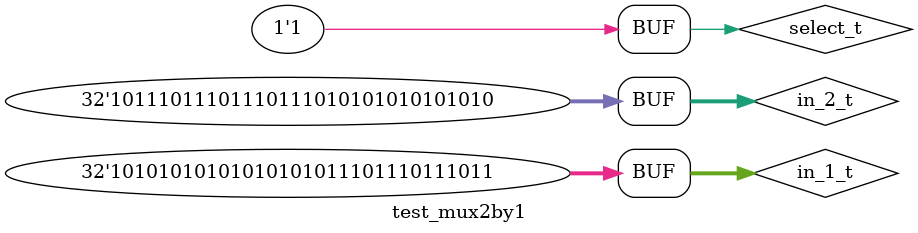
<source format=v>


//--------------------------
// Test Memory Access Block
//--------------------------
module test_memory_access_block;
	reg [3:0] op_code_t;
	reg [15:0] PC_instruction_t;
	reg [31:0] source_1_t, source_2_t, ALU_result_t, data_in_t;
	wire read_write_t;
	wire [31:0] ram_address_t;
	wire [31:0] data_out_t, LDR_t;
	
	memory_access_block test_block(data_in_t, data_out_t, read_write_t, ram_address_t, LDR_t, source_1_t, source_2_t, ALU_result_t, op_code_t, PC_instruction_t);
	
	initial
	begin
	//Test cases
	
	// Do nothing op code
	// LDR should be ALU_result (Z's should be passed from ALU)
	// Ram should stay in read mode (1)
	// Don't care about ram_address
	// Don't care about data_out
	op_code_t = 4'b1111; PC_instruction_t = 32'hAAAAAAAA; source_1_t = 32'hAAAAAAAA; source_2_t = 32'hBBBBBBBB; ALU_result_t = 32'hCCCCCCCC; data_in_t = 32'hEEEEEEEE;
	
	// Write to ram op code
	// LDR should be ALU_result (Z's should be passed from ALU)
	// Ram should be in write mode (0)
	// ram_address should be Source 1
	// data_out should be Source 2
	#5 op_code_t = 4'b1110; PC_instruction_t = 32'hAAAAAAAA; source_1_t = 32'hAAAAAAAA; source_2_t = 32'hBBBBBBBB; ALU_result_t = 32'hCCCCCCCC; data_in_t = 32'hEEEEEEEE;
	#5 op_code_t = 4'b1110; PC_instruction_t = 32'hAAAAAAAA; source_1_t = 32'hBBBBAAAA; source_2_t = 32'hCCCCBBBB; ALU_result_t = 32'hCCCCCCCC; data_in_t = 32'hEEEEEEEE;
	#5 op_code_t = 4'b1110; PC_instruction_t = 32'hAAAAAAAA; source_1_t = 32'hDDDDAAAA; source_2_t = 32'hDDDDBBBB; ALU_result_t = 32'hCCCCCCCC; data_in_t = 32'hEEEEEEEE;
	
	// Read from ram op code
	// LDR should be data_in
	// Ram should stay in read mode (1)
	// ram_address should be Source 1
	// Don't care about data_out
	#5 op_code_t = 4'b1101; PC_instruction_t = 32'hAAAAAAAA; source_1_t = 32'hAAAAAAAA; source_2_t = 32'hBBBBBBBB; ALU_result_t = 32'hCCCCCCCC; data_in_t = 32'hEEEEEEEE;
	#5 op_code_t = 4'b1101; PC_instruction_t = 32'hAAAAAAAA; source_1_t = 32'hBBBBAAAA; source_2_t = 32'hBBBBBBBB; ALU_result_t = 32'hCCCCCCCC; data_in_t = 32'hEEEEAAAA;
	#5 op_code_t = 4'b1101; PC_instruction_t = 32'hAAAAAAAA; source_1_t = 32'hCCCCAAAA; source_2_t = 32'hBBBBBBBB; ALU_result_t = 32'hCCCCCCCC; data_in_t = 32'hEEEEBBBB;
	
	// Compare op code (should be the same as do nothing op code)
	// LDR should be ALU_result (Z's should be passed from ALU)
	// Ram should stay in read mode (1)
	// Don't care about ram_address
	// Don't care about data_out
	#5 op_code_t = 4'b1011; PC_instruction_t = 32'hAAAAAAAA; source_1_t = 32'hAAAAAAAA; source_2_t = 32'hBBBBBBBB; ALU_result_t = 32'hCCCCCCCC; data_in_t = 32'hEEEEEEEE;
	
	// Rest of op codes (should be handled the same)
	// ALU_result should be passed through LDR_t
	// Ram should stay in read mode
	// Don't care about ram_address
	// Don't care about data_out
	#5 op_code_t = 4'b0000; PC_instruction_t = 32'hAAAAAAAA; source_1_t = 32'hAAAAAAAA; source_2_t = 32'hBBBBBBBB; ALU_result_t = 32'hCCCC0000; data_in_t = 32'hEEEEEEEE;
	#5 op_code_t = 4'b0001; PC_instruction_t = 32'hAAAAAAAA; source_1_t = 32'hAAAAAAAA; source_2_t = 32'hBBBBBBBB; ALU_result_t = 32'hCCCC0001; data_in_t = 32'hEEEEEEEE;
	#5 op_code_t = 4'b0010; PC_instruction_t = 32'hAAAAAAAA; source_1_t = 32'hAAAAAAAA; source_2_t = 32'hBBBBBBBB; ALU_result_t = 32'hCCCC0010; data_in_t = 32'hEEEEEEEE;
	#5 op_code_t = 4'b0011; PC_instruction_t = 32'hAAAAAAAA; source_1_t = 32'hAAAAAAAA; source_2_t = 32'hBBBBBBBB; ALU_result_t = 32'hCCCC0011; data_in_t = 32'hEEEEEEEE;
	#5 op_code_t = 4'b0100; PC_instruction_t = 32'hAAAAAAAA; source_1_t = 32'hAAAAAAAA; source_2_t = 32'hBBBBBBBB; ALU_result_t = 32'hCCCC0100; data_in_t = 32'hEEEEEEEE;
	#5 op_code_t = 4'b0101; PC_instruction_t = 32'hAAAAAAAA; source_1_t = 32'hAAAAAAAA; source_2_t = 32'hBBBBBBBB; ALU_result_t = 32'hCCCC0101; data_in_t = 32'hEEEEEEEE;
	#5 op_code_t = 4'b0110; PC_instruction_t = 32'hAAAAAAAA; source_1_t = 32'hAAAAAAAA; source_2_t = 32'hBBBBBBBB; ALU_result_t = 32'hCCCC0110; data_in_t = 32'hEEEEEEEE;
	#5 op_code_t = 4'b0111; PC_instruction_t = 32'hAAAAAAAA; source_1_t = 32'hAAAAAAAA; source_2_t = 32'hBBBBBBBB; ALU_result_t = 32'hCCCC0111; data_in_t = 32'hEEEEEEEE;
	#5 op_code_t = 4'b1000; PC_instruction_t = 32'hAAAAAAAA; source_1_t = 32'hAAAAAAAA; source_2_t = 32'hBBBBBBBB; ALU_result_t = 32'hCCCC1000; data_in_t = 32'hEEEEEEEE;
	#5 op_code_t = 4'b1001; PC_instruction_t = 32'hAAAAAAAA; source_1_t = 32'hAAAAAAAA; source_2_t = 32'hBBBBBBBB; ALU_result_t = 32'hCCCC1001; data_in_t = 32'hEEEEEEEE;
	#5 op_code_t = 4'b1010; PC_instruction_t = 32'hAAAAAAAA; source_1_t = 32'hAAAAAAAA; source_2_t = 32'hBBBBBBBB; ALU_result_t = 32'hCCCC1010; data_in_t = 32'hEEEEEEEE;
	#5 op_code_t = 4'b1100; PC_instruction_t = 32'hAAAAAAAA; source_1_t = 32'hAAAAAAAA; source_2_t = 32'hBBBBBBBB; ALU_result_t = 32'hCCCC1100; data_in_t = 32'hEEEEEEEE;
	end	
	
	
	initial
	begin
	$monitor($time, "\nINPUTS:\nop_code = %b, PCI = %h, source_1 = %h, source_2 = %h, ALU_result = %h, data_in = %h\noutPUTS\n read_write = %b, ram_address = %h, data_out = %h, LDR = %h", op_code_t, PC_instruction_t, source_1_t, source_2_t, ALU_result_t, data_in_t, read_write_t, ram_address_t, data_out_t, LDR_t);
	end
endmodule

//--------------------------
// Test 2 by 1 mux
//--------------------------
module test_mux2by1;
	reg select_t;
	reg [31:0] in_1_t, in_2_t;
	wire [31:0] out_t;
	
	mux_2by1 testmux(select_t, in_1_t, in_2_t, out_t);
	
	initial
	begin
	//Test cases
	select_t = 1; in_1_t = 32'hAAAAAAAA; in_2_t = 32'hBBBBBBBB;
	#5 select_t = 1; in_1_t = 32'hAAAAAAAA; in_2_t = 32'hBBBB0000;
	#5 select_t = 1; in_1_t = 32'hAAAA0000; in_2_t = 32'hBBBB0000;
	#5 select_t = 0; in_1_t = 32'hAAAA0000; in_2_t = 32'hBBBB0000;
	#5 select_t = 0; in_1_t = 32'hAAAABBBB; in_2_t = 32'hBBBBAAAA;
	#5 select_t = 1; in_1_t = 32'hAAAABBBB; in_2_t = 32'hBBBBAAAA;
	end


	initial
	begin
	$monitor($time, " select =%d, in_1 =%h, in_2 =%h, out =%h", select_t, in_1_t, in_2_t, out_t);
	end
endmodule
	
</source>
